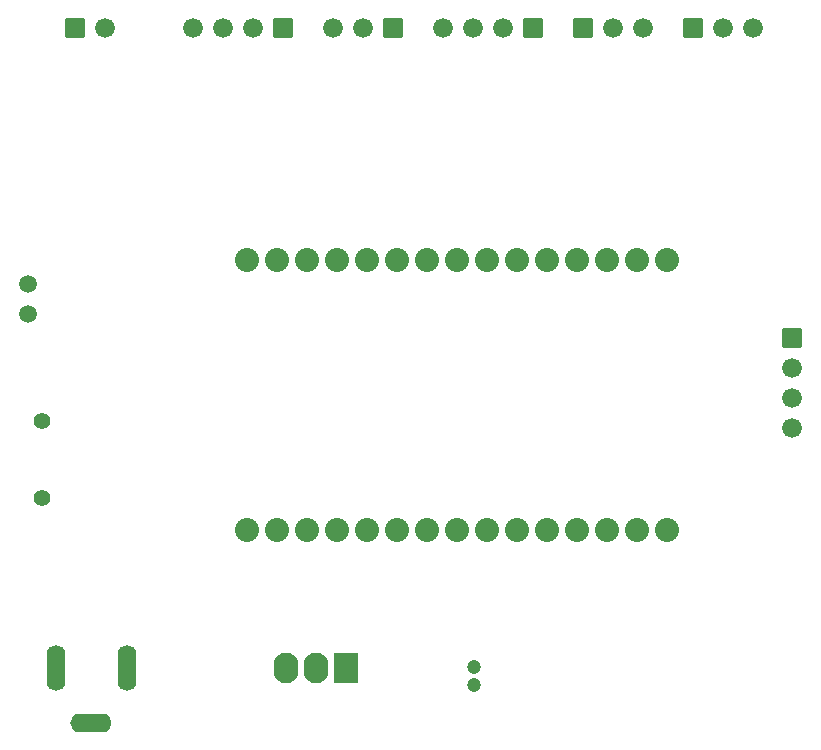
<source format=gbs>
G04 Layer: BottomSolderMaskLayer*
G04 EasyEDA v6.5.23, 2023-06-23 22:07:44*
G04 588d00b09ced4095aabd395724b38ff5,e63460ceaba84a3bb957dccbc2ed3a87,10*
G04 Gerber Generator version 0.2*
G04 Scale: 100 percent, Rotated: No, Reflected: No *
G04 Dimensions in millimeters *
G04 leading zeros omitted , absolute positions ,4 integer and 5 decimal *
%FSLAX45Y45*%
%MOMM*%

%AMMACRO1*1,1,$1,$2,$3*1,1,$1,$4,$5*1,1,$1,0-$2,0-$3*1,1,$1,0-$4,0-$5*20,1,$1,$2,$3,$4,$5,0*20,1,$1,$4,$5,0-$2,0-$3,0*20,1,$1,0-$2,0-$3,0-$4,0-$5,0*20,1,$1,0-$4,0-$5,$2,$3,0*4,1,4,$2,$3,$4,$5,0-$2,0-$3,0-$4,0-$5,$2,$3,0*%
%ADD10O,3.5015932X1.6015970000000002*%
%ADD11O,1.6015970000000002X3.9015924*%
%ADD12MACRO1,0.1016X0.7874X-0.7874X-0.7874X-0.7874*%
%ADD13C,1.6764*%
%ADD14MACRO1,0.1016X-0.7874X0.7874X0.7874X0.7874*%
%ADD15MACRO1,0.1016X0.7874X0.7874X0.7874X-0.7874*%
%ADD16C,1.5016*%
%ADD17C,1.4021*%
%ADD18C,2.0320*%
%ADD19C,1.2032*%
%ADD20O,2.101596X2.601595*%
%ADD21MACRO1,0.1016X1.0008X-1.2497X-1.0008X-1.2497*%

%LPD*%
D10*
G01*
X1485925Y4555388D03*
D11*
G01*
X1185900Y5020386D03*
G01*
X1785924Y5020386D03*
D12*
G01*
X4041775Y10438130D03*
D13*
G01*
X3787775Y10438129D03*
G01*
X3533775Y10438129D03*
D14*
G01*
X6578600Y10435587D03*
D13*
G01*
X6832600Y10435589D03*
G01*
X7086600Y10435589D03*
D14*
G01*
X5648325Y10435587D03*
D13*
G01*
X5902325Y10435589D03*
G01*
X6156325Y10435589D03*
D15*
G01*
X7416800Y7810500D03*
D13*
G01*
X7416800Y7556500D03*
G01*
X7416800Y7302500D03*
G01*
X7416800Y7048500D03*
D12*
G01*
X3111500Y10436857D03*
D13*
G01*
X2857500Y10436860D03*
G01*
X2603500Y10436860D03*
G01*
X2349500Y10436860D03*
D12*
G01*
X5226050Y10435592D03*
D13*
G01*
X4972050Y10435589D03*
G01*
X4718050Y10435589D03*
G01*
X4464050Y10435589D03*
D15*
G01*
X1346200Y10436857D03*
D13*
G01*
X1600200Y10436860D03*
D16*
G01*
X952500Y8267700D03*
G01*
X952500Y8013700D03*
D17*
G01*
X1066800Y6456679D03*
G01*
X1066800Y7106920D03*
D18*
G01*
X2806700Y6184900D03*
G01*
X3060700Y6184900D03*
G01*
X3314700Y6184900D03*
G01*
X3568700Y6184900D03*
G01*
X3822700Y6184900D03*
G01*
X4076700Y6184900D03*
G01*
X4330700Y6184900D03*
G01*
X4584700Y6184900D03*
G01*
X4838700Y6184900D03*
G01*
X5092700Y6184900D03*
G01*
X5346700Y6184900D03*
G01*
X5600700Y6184900D03*
G01*
X5854700Y6184900D03*
G01*
X6108700Y6184900D03*
G01*
X6362700Y6184900D03*
G01*
X2806700Y8470900D03*
G01*
X3060700Y8470900D03*
G01*
X3314700Y8470900D03*
G01*
X3568700Y8470900D03*
G01*
X3822700Y8470900D03*
G01*
X4076700Y8470900D03*
G01*
X4330700Y8470900D03*
G01*
X4584700Y8470900D03*
G01*
X4838700Y8470900D03*
G01*
X5092700Y8470900D03*
G01*
X5346700Y8470900D03*
G01*
X5600700Y8470900D03*
G01*
X5854700Y8470900D03*
G01*
X6108700Y8470900D03*
G01*
X6362700Y8470900D03*
D19*
G01*
X4724400Y4877943D03*
G01*
X4724400Y5028056D03*
D20*
G01*
X3390900Y5016500D03*
G01*
X3136900Y5016500D03*
D21*
G01*
X3644900Y5016505D03*
M02*

</source>
